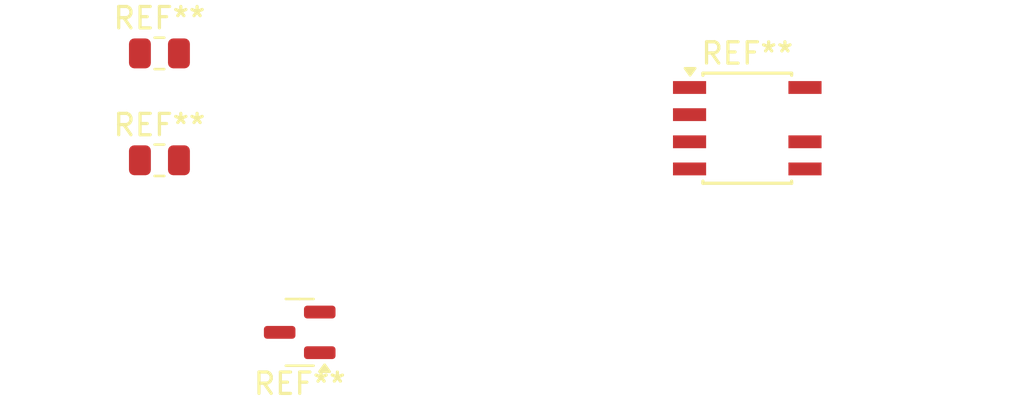
<source format=kicad_pcb>
(kicad_pcb (version 20241229) (generator "pcbnew") (generator_version "9.0")
  (layers (0 "F.Cu" signal) (2 "B.Cu" signal) (13 "F.Paste" user) (15 "B.Paste" user) (5 "F.SilkS" user "F.Silkscreen") (7 "B.SilkS" user "B.Silkscreen") (1 "F.Mask" user) (3 "B.Mask" user) (25 "Edge.Cuts" user))
  (net 0 "")
  (footprint "Resistor_SMD:R_0805_2012Metric" (layer "F.Cu") (at 110 101.5)
    (property "Reference" "REF**" (at 0 -1.65 0) (layer "F.SilkS"))
    (property "Value" "R_0805_2012Metric")
    (fp_line (start -0.227064 -0.735) (end 0.227064 -0.735) (stroke (width 0.12)) (layer "F.SilkS"))
    (fp_line (start -0.227064 0.735) (end 0.227064 0.735) (stroke (width 0.12)) (layer "F.SilkS"))
    (pad "1" smd roundrect (at -0.9125 0) (size 1.025 1.4) (layers "F.Cu" "F.Mask" "F.Paste") (roundrect_rratio 0.243902))
    (pad "2" smd roundrect (at 0.9125 0) (size 1.025 1.4) (layers "F.Cu" "F.Mask" "F.Paste") (roundrect_rratio 0.243902))
  )
  (footprint "Package_TO_SOT_SMD:SOT-23" (layer "F.Cu") (at 116.5625 114.55 180)
    (property "Reference" "REF**" (at 0 -2.4 0) (layer "F.SilkS"))
    (property "Value" "SOT-23")
    (fp_line (start 0 1.56) (end 0.65 1.56) (stroke (width 0.12)) (layer "F.SilkS"))
    (fp_line (start 0 1.56) (end -0.65 1.56) (stroke (width 0.12)) (layer "F.SilkS"))
    (fp_line (start 0 -1.56) (end 0.65 -1.56) (stroke (width 0.12)) (layer "F.SilkS"))
    (fp_line (start 0 -1.56) (end -0.65 -1.56) (stroke (width 0.12)) (layer "F.SilkS"))
    (fp_poly (pts (xy -1.1625 -1.51) (xy -1.4025 -1.84) (xy -0.9225 -1.84)) (stroke (width 0.12)) (fill yes) (layer "F.SilkS"))
    (pad "1" smd roundrect (at -0.9375 -0.95 180) (size 1.475 0.6) (layers "F.Cu" "F.Mask" "F.Paste"))
    (pad "2" smd roundrect (at -0.9375 0.95 180) (size 1.475 0.6) (layers "F.Cu" "F.Mask" "F.Paste"))
    (pad "3" smd roundrect (at 0.9375 0 180) (size 1.475 0.6) (layers "F.Cu" "F.Mask" "F.Paste"))
  )
  (footprint "Resistor_SMD:R_0805_2012Metric" (layer "F.Cu") (at 110 106.5)
    (property "Reference" "REF**" (at 0 -1.65 0) (layer "F.SilkS"))
    (property "Value" "R_0805_2012Metric")
    (fp_line (start -0.227064 -0.735) (end 0.227064 -0.735) (stroke (width 0.12)) (layer "F.SilkS"))
    (fp_line (start -0.227064 0.735) (end 0.227064 0.735) (stroke (width 0.12)) (layer "F.SilkS"))
    (pad "1" smd roundrect (at -0.9125 0) (size 1.025 1.4) (layers "F.Cu" "F.Mask" "F.Paste") (roundrect_rratio 0.243902))
    (pad "2" smd roundrect (at 0.9125 0) (size 1.025 1.4) (layers "F.Cu" "F.Mask" "F.Paste") (roundrect_rratio 0.243902))
  )
  (footprint "Package_SO:SOIC-8-N7_3.9x4.9mm_P1.27mm" (layer "F.Cu") (at 137.5 105)
    (property "Reference" "REF**" (at 0 -3.5 0) (layer "F.SilkS"))
    (property "Value" "SOIC-8-N7_3.9x4.9mm_P1.27mm")
    (fp_line (start -2.075 -2.575) (end -2.075 -2.475) (stroke (width 0.15)) (layer "F.SilkS"))
    (fp_line (start -2.075 -2.575) (end 2.075 -2.575) (stroke (width 0.15)) (layer "F.SilkS"))
    (fp_line (start -2.075 2.475) (end -2.075 2.575) (stroke (width 0.15)) (layer "F.SilkS"))
    (fp_line (start -2.075 2.575) (end 2.075 2.575) (stroke (width 0.15)) (layer "F.SilkS"))
    (fp_line (start 2.075 -2.575) (end 2.075 -2.475) (stroke (width 0.15)) (layer "F.SilkS"))
    (fp_line (start 2.075 2.575) (end 2.075 2.475) (stroke (width 0.15)) (layer "F.SilkS"))
    (fp_poly (pts (xy -2.675 -2.475) (xy -2.915 -2.805) (xy -2.435 -2.805) (xy -2.675 -2.475)) (stroke (width 0.12)) (fill yes) (layer "F.SilkS"))
    (pad "1" smd rect (at -2.7 -1.905) (size 1.55 0.6) (layers "F.Cu" "F.Mask" "F.Paste"))
    (pad "2" smd rect (at -2.7 -0.635) (size 1.55 0.6) (layers "F.Cu" "F.Mask" "F.Paste"))
    (pad "3" smd rect (at -2.7 0.635) (size 1.55 0.6) (layers "F.Cu" "F.Mask" "F.Paste"))
    (pad "4" smd rect (at -2.7 1.905) (size 1.55 0.6) (layers "F.Cu" "F.Mask" "F.Paste"))
    (pad "5" smd rect (at 2.7 1.905) (size 1.55 0.6) (layers "F.Cu" "F.Mask" "F.Paste"))
    (pad "6" smd rect (at 2.7 0.635) (size 1.55 0.6) (layers "F.Cu" "F.Mask" "F.Paste"))
    (pad "8" smd rect (at 2.7 -1.905) (size 1.55 0.6) (layers "F.Cu" "F.Mask" "F.Paste"))
  )
)
</source>
